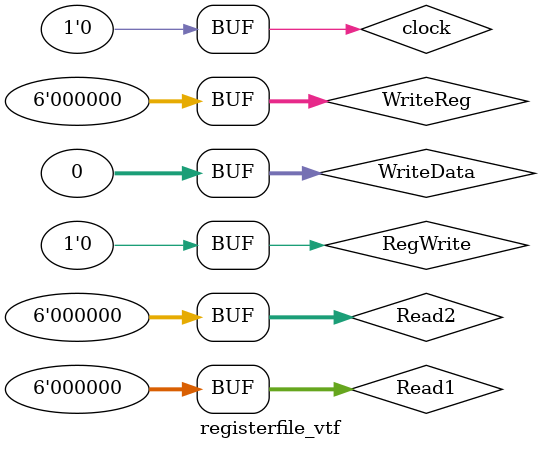
<source format=v>
`timescale 1ns / 1ps


module registerfile_vtf;

	// Inputs
	reg [5:0] Read1;
	reg [5:0] Read2;
	reg [5:0] WriteReg;
	reg [31:0] WriteData;
	reg RegWrite;
	reg clock;

	// Outputs
	wire [31:0] Data1;
	wire [31:0] Data2;

	// Instantiate the Unit Under Test (UUT)
	registerfile uut (
		.Read1(Read1), 
		.Read2(Read2), 
		.WriteReg(WriteReg), 
		.WriteData(WriteData), 
		.RegWrite(RegWrite), 
		.Data1(Data1), 
		.Data2(Data2), 
		.clock(clock)
	);

	initial begin
		// Initialize Inputs
		Read1 = 0;
		Read2 = 0;
		WriteReg = 0;
		WriteData = 0;
		RegWrite = 0;
		clock = 0;

		// Wait 100 ns for global reset to finish
		#100;
        
		// Add stimulus here

	end
      
endmodule


</source>
